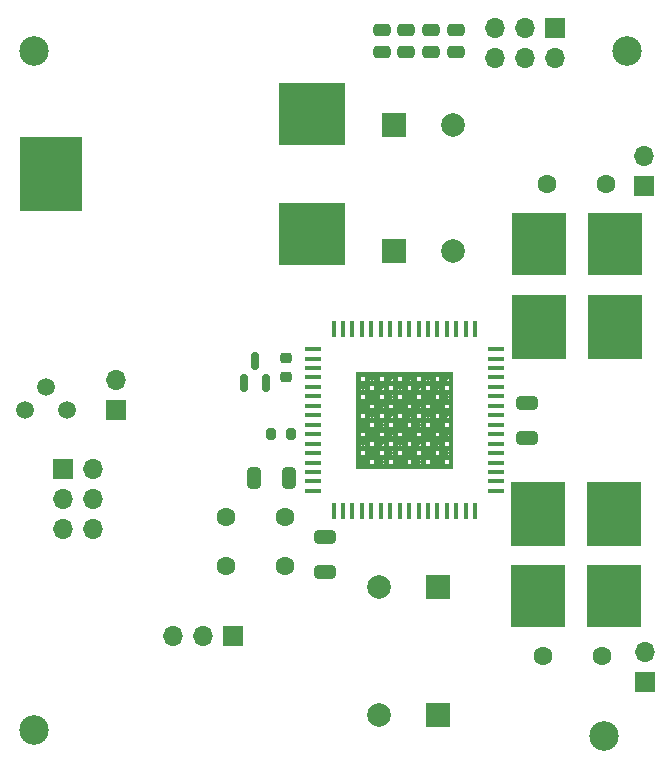
<source format=gts>
G04 #@! TF.GenerationSoftware,KiCad,Pcbnew,(6.0.1)*
G04 #@! TF.CreationDate,2022-06-09T13:55:52-07:00*
G04 #@! TF.ProjectId,AudioAmpRev1_2,41756469-6f41-46d7-9052-6576315f322e,1.2*
G04 #@! TF.SameCoordinates,Original*
G04 #@! TF.FileFunction,Soldermask,Top*
G04 #@! TF.FilePolarity,Negative*
%FSLAX46Y46*%
G04 Gerber Fmt 4.6, Leading zero omitted, Abs format (unit mm)*
G04 Created by KiCad (PCBNEW (6.0.1)) date 2022-06-09 13:55:52*
%MOMM*%
%LPD*%
G01*
G04 APERTURE LIST*
G04 Aperture macros list*
%AMRoundRect*
0 Rectangle with rounded corners*
0 $1 Rounding radius*
0 $2 $3 $4 $5 $6 $7 $8 $9 X,Y pos of 4 corners*
0 Add a 4 corners polygon primitive as box body*
4,1,4,$2,$3,$4,$5,$6,$7,$8,$9,$2,$3,0*
0 Add four circle primitives for the rounded corners*
1,1,$1+$1,$2,$3*
1,1,$1+$1,$4,$5*
1,1,$1+$1,$6,$7*
1,1,$1+$1,$8,$9*
0 Add four rect primitives between the rounded corners*
20,1,$1+$1,$2,$3,$4,$5,0*
20,1,$1+$1,$4,$5,$6,$7,0*
20,1,$1+$1,$6,$7,$8,$9,0*
20,1,$1+$1,$8,$9,$2,$3,0*%
G04 Aperture macros list end*
%ADD10C,0.100000*%
%ADD11R,4.550000X5.500000*%
%ADD12R,4.550000X5.300000*%
%ADD13C,1.600000*%
%ADD14RoundRect,0.200000X-0.200000X-0.275000X0.200000X-0.275000X0.200000X0.275000X-0.200000X0.275000X0*%
%ADD15R,2.000000X2.000000*%
%ADD16C,2.000000*%
%ADD17R,1.700000X1.700000*%
%ADD18O,1.700000X1.700000*%
%ADD19RoundRect,0.150000X0.150000X-0.587500X0.150000X0.587500X-0.150000X0.587500X-0.150000X-0.587500X0*%
%ADD20R,1.404099X0.456400*%
%ADD21R,0.456400X1.404099*%
%ADD22C,0.508000*%
%ADD23RoundRect,0.250000X0.650000X-0.325000X0.650000X0.325000X-0.650000X0.325000X-0.650000X-0.325000X0*%
%ADD24RoundRect,0.250000X-0.325000X-0.650000X0.325000X-0.650000X0.325000X0.650000X-0.325000X0.650000X0*%
%ADD25C,2.500000*%
%ADD26RoundRect,0.250000X-0.650000X0.325000X-0.650000X-0.325000X0.650000X-0.325000X0.650000X0.325000X0*%
%ADD27RoundRect,0.250000X-0.475000X0.250000X-0.475000X-0.250000X0.475000X-0.250000X0.475000X0.250000X0*%
%ADD28C,1.498600*%
%ADD29R,5.588000X5.334000*%
%ADD30R,5.283200X6.350000*%
%ADD31RoundRect,0.225000X-0.250000X0.225000X-0.250000X-0.225000X0.250000X-0.225000X0.250000X0.225000X0*%
G04 APERTURE END LIST*
D10*
X127273500Y-104421000D02*
X135400500Y-104421000D01*
X135400500Y-104421000D02*
X135400500Y-104808400D01*
X135400500Y-104808400D02*
X127273500Y-104808400D01*
X127273500Y-104808400D02*
X127273500Y-104421000D01*
G36*
X135400500Y-104808400D02*
G01*
X127273500Y-104808400D01*
X127273500Y-104421000D01*
X135400500Y-104421000D01*
X135400500Y-104808400D01*
G37*
X135400500Y-104808400D02*
X127273500Y-104808400D01*
X127273500Y-104421000D01*
X135400500Y-104421000D01*
X135400500Y-104808400D01*
X132318100Y-98189000D02*
X131930700Y-98189000D01*
X131930700Y-98189000D02*
X131930700Y-106316000D01*
X131930700Y-106316000D02*
X132318100Y-106316000D01*
X132318100Y-106316000D02*
X132318100Y-98189000D01*
G36*
X132318100Y-106316000D02*
G01*
X131930700Y-106316000D01*
X131930700Y-98189000D01*
X132318100Y-98189000D01*
X132318100Y-106316000D01*
G37*
X132318100Y-106316000D02*
X131930700Y-106316000D01*
X131930700Y-98189000D01*
X132318100Y-98189000D01*
X132318100Y-106316000D01*
X127273500Y-99696600D02*
X135400500Y-99696600D01*
X135400500Y-99696600D02*
X135400500Y-100084000D01*
X135400500Y-100084000D02*
X127273500Y-100084000D01*
X127273500Y-100084000D02*
X127273500Y-99696600D01*
G36*
X135400500Y-100084000D02*
G01*
X127273500Y-100084000D01*
X127273500Y-99696600D01*
X135400500Y-99696600D01*
X135400500Y-100084000D01*
G37*
X135400500Y-100084000D02*
X127273500Y-100084000D01*
X127273500Y-99696600D01*
X135400500Y-99696600D01*
X135400500Y-100084000D01*
X127273500Y-98189000D02*
X127593700Y-98189000D01*
X127593700Y-98189000D02*
X127593700Y-106316000D01*
X127593700Y-106316000D02*
X127273500Y-106316000D01*
X127273500Y-106316000D02*
X127273500Y-98189000D01*
G36*
X127593700Y-106316000D02*
G01*
X127273500Y-106316000D01*
X127273500Y-98189000D01*
X127593700Y-98189000D01*
X127593700Y-106316000D01*
G37*
X127593700Y-106316000D02*
X127273500Y-106316000D01*
X127273500Y-98189000D01*
X127593700Y-98189000D01*
X127593700Y-106316000D01*
X128381100Y-98189000D02*
X127993700Y-98189000D01*
X127993700Y-98189000D02*
X127993700Y-106316000D01*
X127993700Y-106316000D02*
X128381100Y-106316000D01*
X128381100Y-106316000D02*
X128381100Y-98189000D01*
G36*
X128381100Y-106316000D02*
G01*
X127993700Y-106316000D01*
X127993700Y-98189000D01*
X128381100Y-98189000D01*
X128381100Y-106316000D01*
G37*
X128381100Y-106316000D02*
X127993700Y-106316000D01*
X127993700Y-98189000D01*
X128381100Y-98189000D01*
X128381100Y-106316000D01*
X131530700Y-98189000D02*
X131143300Y-98189000D01*
X131143300Y-98189000D02*
X131143300Y-106316000D01*
X131143300Y-106316000D02*
X131530700Y-106316000D01*
X131530700Y-106316000D02*
X131530700Y-98189000D01*
G36*
X131530700Y-106316000D02*
G01*
X131143300Y-106316000D01*
X131143300Y-98189000D01*
X131530700Y-98189000D01*
X131530700Y-106316000D01*
G37*
X131530700Y-106316000D02*
X131143300Y-106316000D01*
X131143300Y-98189000D01*
X131530700Y-98189000D01*
X131530700Y-106316000D01*
X135080300Y-98189000D02*
X135400500Y-98189000D01*
X135400500Y-98189000D02*
X135400500Y-106316000D01*
X135400500Y-106316000D02*
X135080300Y-106316000D01*
X135080300Y-106316000D02*
X135080300Y-98189000D01*
G36*
X135400500Y-106316000D02*
G01*
X135080300Y-106316000D01*
X135080300Y-98189000D01*
X135400500Y-98189000D01*
X135400500Y-106316000D01*
G37*
X135400500Y-106316000D02*
X135080300Y-106316000D01*
X135080300Y-98189000D01*
X135400500Y-98189000D01*
X135400500Y-106316000D01*
X127273500Y-98909200D02*
X135400500Y-98909200D01*
X135400500Y-98909200D02*
X135400500Y-99296600D01*
X135400500Y-99296600D02*
X127273500Y-99296600D01*
X127273500Y-99296600D02*
X127273500Y-98909200D01*
G36*
X135400500Y-99296600D02*
G01*
X127273500Y-99296600D01*
X127273500Y-98909200D01*
X135400500Y-98909200D01*
X135400500Y-99296600D01*
G37*
X135400500Y-99296600D02*
X127273500Y-99296600D01*
X127273500Y-98909200D01*
X135400500Y-98909200D01*
X135400500Y-99296600D01*
X130743300Y-98189000D02*
X130355900Y-98189000D01*
X130355900Y-98189000D02*
X130355900Y-106316000D01*
X130355900Y-106316000D02*
X130743300Y-106316000D01*
X130743300Y-106316000D02*
X130743300Y-98189000D01*
G36*
X130743300Y-106316000D02*
G01*
X130355900Y-106316000D01*
X130355900Y-98189000D01*
X130743300Y-98189000D01*
X130743300Y-106316000D01*
G37*
X130743300Y-106316000D02*
X130355900Y-106316000D01*
X130355900Y-98189000D01*
X130743300Y-98189000D01*
X130743300Y-106316000D01*
X127273500Y-105208400D02*
X135400500Y-105208400D01*
X135400500Y-105208400D02*
X135400500Y-105595800D01*
X135400500Y-105595800D02*
X127273500Y-105595800D01*
X127273500Y-105595800D02*
X127273500Y-105208400D01*
G36*
X135400500Y-105595800D02*
G01*
X127273500Y-105595800D01*
X127273500Y-105208400D01*
X135400500Y-105208400D01*
X135400500Y-105595800D01*
G37*
X135400500Y-105595800D02*
X127273500Y-105595800D01*
X127273500Y-105208400D01*
X135400500Y-105208400D01*
X135400500Y-105595800D01*
X127273500Y-105995800D02*
X135400500Y-105995800D01*
X135400500Y-105995800D02*
X135400500Y-106316000D01*
X135400500Y-106316000D02*
X127273500Y-106316000D01*
X127273500Y-106316000D02*
X127273500Y-105995800D01*
G36*
X135400500Y-106316000D02*
G01*
X127273500Y-106316000D01*
X127273500Y-105995800D01*
X135400500Y-105995800D01*
X135400500Y-106316000D01*
G37*
X135400500Y-106316000D02*
X127273500Y-106316000D01*
X127273500Y-105995800D01*
X135400500Y-105995800D01*
X135400500Y-106316000D01*
X127273500Y-100484000D02*
X135400500Y-100484000D01*
X135400500Y-100484000D02*
X135400500Y-100871400D01*
X135400500Y-100871400D02*
X127273500Y-100871400D01*
X127273500Y-100871400D02*
X127273500Y-100484000D01*
G36*
X135400500Y-100871400D02*
G01*
X127273500Y-100871400D01*
X127273500Y-100484000D01*
X135400500Y-100484000D01*
X135400500Y-100871400D01*
G37*
X135400500Y-100871400D02*
X127273500Y-100871400D01*
X127273500Y-100484000D01*
X135400500Y-100484000D01*
X135400500Y-100871400D01*
X133892900Y-98189000D02*
X133505500Y-98189000D01*
X133505500Y-98189000D02*
X133505500Y-106316000D01*
X133505500Y-106316000D02*
X133892900Y-106316000D01*
X133892900Y-106316000D02*
X133892900Y-98189000D01*
G36*
X133892900Y-106316000D02*
G01*
X133505500Y-106316000D01*
X133505500Y-98189000D01*
X133892900Y-98189000D01*
X133892900Y-106316000D01*
G37*
X133892900Y-106316000D02*
X133505500Y-106316000D01*
X133505500Y-98189000D01*
X133892900Y-98189000D01*
X133892900Y-106316000D01*
X133105500Y-98189000D02*
X132718100Y-98189000D01*
X132718100Y-98189000D02*
X132718100Y-106316000D01*
X132718100Y-106316000D02*
X133105500Y-106316000D01*
X133105500Y-106316000D02*
X133105500Y-98189000D01*
G36*
X133105500Y-106316000D02*
G01*
X132718100Y-106316000D01*
X132718100Y-98189000D01*
X133105500Y-98189000D01*
X133105500Y-106316000D01*
G37*
X133105500Y-106316000D02*
X132718100Y-106316000D01*
X132718100Y-98189000D01*
X133105500Y-98189000D01*
X133105500Y-106316000D01*
X127273500Y-102846200D02*
X135400500Y-102846200D01*
X135400500Y-102846200D02*
X135400500Y-103233600D01*
X135400500Y-103233600D02*
X127273500Y-103233600D01*
X127273500Y-103233600D02*
X127273500Y-102846200D01*
G36*
X135400500Y-103233600D02*
G01*
X127273500Y-103233600D01*
X127273500Y-102846200D01*
X135400500Y-102846200D01*
X135400500Y-103233600D01*
G37*
X135400500Y-103233600D02*
X127273500Y-103233600D01*
X127273500Y-102846200D01*
X135400500Y-102846200D01*
X135400500Y-103233600D01*
X134680300Y-98189000D02*
X134292900Y-98189000D01*
X134292900Y-98189000D02*
X134292900Y-106316000D01*
X134292900Y-106316000D02*
X134680300Y-106316000D01*
X134680300Y-106316000D02*
X134680300Y-98189000D01*
G36*
X134680300Y-106316000D02*
G01*
X134292900Y-106316000D01*
X134292900Y-98189000D01*
X134680300Y-98189000D01*
X134680300Y-106316000D01*
G37*
X134680300Y-106316000D02*
X134292900Y-106316000D01*
X134292900Y-98189000D01*
X134680300Y-98189000D01*
X134680300Y-106316000D01*
X129955900Y-98189000D02*
X129568500Y-98189000D01*
X129568500Y-98189000D02*
X129568500Y-106316000D01*
X129568500Y-106316000D02*
X129955900Y-106316000D01*
X129955900Y-106316000D02*
X129955900Y-98189000D01*
G36*
X129955900Y-106316000D02*
G01*
X129568500Y-106316000D01*
X129568500Y-98189000D01*
X129955900Y-98189000D01*
X129955900Y-106316000D01*
G37*
X129955900Y-106316000D02*
X129568500Y-106316000D01*
X129568500Y-98189000D01*
X129955900Y-98189000D01*
X129955900Y-106316000D01*
X129168500Y-98189000D02*
X128781100Y-98189000D01*
X128781100Y-98189000D02*
X128781100Y-106316000D01*
X128781100Y-106316000D02*
X129168500Y-106316000D01*
X129168500Y-106316000D02*
X129168500Y-98189000D01*
G36*
X129168500Y-106316000D02*
G01*
X128781100Y-106316000D01*
X128781100Y-98189000D01*
X129168500Y-98189000D01*
X129168500Y-106316000D01*
G37*
X129168500Y-106316000D02*
X128781100Y-106316000D01*
X128781100Y-98189000D01*
X129168500Y-98189000D01*
X129168500Y-106316000D01*
X127273500Y-103633600D02*
X135400500Y-103633600D01*
X135400500Y-103633600D02*
X135400500Y-104021000D01*
X135400500Y-104021000D02*
X127273500Y-104021000D01*
X127273500Y-104021000D02*
X127273500Y-103633600D01*
G36*
X135400500Y-104021000D02*
G01*
X127273500Y-104021000D01*
X127273500Y-103633600D01*
X135400500Y-103633600D01*
X135400500Y-104021000D01*
G37*
X135400500Y-104021000D02*
X127273500Y-104021000D01*
X127273500Y-103633600D01*
X135400500Y-103633600D01*
X135400500Y-104021000D01*
X127273500Y-98189000D02*
X135400500Y-98189000D01*
X135400500Y-98189000D02*
X135400500Y-98509200D01*
X135400500Y-98509200D02*
X127273500Y-98509200D01*
X127273500Y-98509200D02*
X127273500Y-98189000D01*
G36*
X135400500Y-98509200D02*
G01*
X127273500Y-98509200D01*
X127273500Y-98189000D01*
X135400500Y-98189000D01*
X135400500Y-98509200D01*
G37*
X135400500Y-98509200D02*
X127273500Y-98509200D01*
X127273500Y-98189000D01*
X135400500Y-98189000D01*
X135400500Y-98509200D01*
X127273500Y-102058800D02*
X135400500Y-102058800D01*
X135400500Y-102058800D02*
X135400500Y-102446200D01*
X135400500Y-102446200D02*
X127273500Y-102446200D01*
X127273500Y-102446200D02*
X127273500Y-102058800D01*
G36*
X135400500Y-102446200D02*
G01*
X127273500Y-102446200D01*
X127273500Y-102058800D01*
X135400500Y-102058800D01*
X135400500Y-102446200D01*
G37*
X135400500Y-102446200D02*
X127273500Y-102446200D01*
X127273500Y-102058800D01*
X135400500Y-102058800D01*
X135400500Y-102446200D01*
X127273500Y-101271400D02*
X135400500Y-101271400D01*
X135400500Y-101271400D02*
X135400500Y-101658800D01*
X135400500Y-101658800D02*
X127273500Y-101658800D01*
X127273500Y-101658800D02*
X127273500Y-101271400D01*
G36*
X135400500Y-101658800D02*
G01*
X127273500Y-101658800D01*
X127273500Y-101271400D01*
X135400500Y-101271400D01*
X135400500Y-101658800D01*
G37*
X135400500Y-101658800D02*
X127273500Y-101658800D01*
X127273500Y-101271400D01*
X135400500Y-101271400D01*
X135400500Y-101658800D01*
D11*
X149125000Y-110170000D03*
D12*
X149125000Y-117170000D03*
X142675000Y-117170000D03*
D11*
X142675000Y-110170000D03*
X142695000Y-94340000D03*
D12*
X142695000Y-87340000D03*
X149145000Y-87340000D03*
D11*
X149145000Y-94340000D03*
D13*
X143400000Y-82300000D03*
X148400000Y-82300000D03*
D14*
X120063917Y-103452499D03*
X121713917Y-103452499D03*
D13*
X116200000Y-114600000D03*
X121200000Y-114600000D03*
D15*
X134167677Y-127200000D03*
D16*
X129167677Y-127200000D03*
D17*
X151630000Y-82475000D03*
D18*
X151630000Y-79935000D03*
D15*
X130489223Y-87957000D03*
D16*
X135489223Y-87957000D03*
D19*
X118700000Y-97262500D03*
X117750000Y-99137500D03*
X119650000Y-99137500D03*
D17*
X144100000Y-69100000D03*
D18*
X144100000Y-71640000D03*
X141560000Y-69100000D03*
X141560000Y-71640000D03*
X139020000Y-69100000D03*
X139020000Y-71640000D03*
D17*
X151700000Y-124475000D03*
D18*
X151700000Y-121935000D03*
D20*
X123611852Y-96252502D03*
X123611852Y-97052500D03*
X123611852Y-97852501D03*
X123611852Y-98652500D03*
X123611852Y-99452501D03*
X123611852Y-100252499D03*
X123611852Y-101052500D03*
X123611852Y-101852501D03*
X123611852Y-102652499D03*
X123611852Y-103452500D03*
X123611852Y-104252499D03*
X123611852Y-105052499D03*
X123611852Y-105852500D03*
X123611852Y-106652499D03*
X123611852Y-107452500D03*
X123611852Y-108252498D03*
D21*
X125337002Y-109977648D03*
X126137000Y-109977648D03*
X126937001Y-109977648D03*
X127737000Y-109977648D03*
X128537001Y-109977648D03*
X129337001Y-109977648D03*
X130137000Y-109977648D03*
X130937001Y-109977648D03*
X131736999Y-109977648D03*
X132537000Y-109977648D03*
X133337001Y-109977648D03*
X134136999Y-109977648D03*
X134937000Y-109977648D03*
X135736999Y-109977648D03*
X136537000Y-109977648D03*
X137336998Y-109977648D03*
D20*
X139062148Y-108252498D03*
X139062148Y-107452500D03*
X139062148Y-106652499D03*
X139062148Y-105852500D03*
X139062148Y-105052499D03*
X139062148Y-104252499D03*
X139062148Y-103452500D03*
X139062148Y-102652499D03*
X139062148Y-101852501D03*
X139062148Y-101052500D03*
X139062148Y-100252499D03*
X139062148Y-99452501D03*
X139062148Y-98652500D03*
X139062148Y-97852501D03*
X139062148Y-97052500D03*
X139062148Y-96252502D03*
D21*
X137336998Y-94527352D03*
X136537000Y-94527352D03*
X135736999Y-94527352D03*
X134937000Y-94527352D03*
X134136999Y-94527352D03*
X133336999Y-94527352D03*
X132537000Y-94527352D03*
X131736999Y-94527352D03*
X130937001Y-94527352D03*
X130137000Y-94527352D03*
X129336999Y-94527352D03*
X128537001Y-94527352D03*
X127737000Y-94527352D03*
X126937001Y-94527352D03*
X126137000Y-94527352D03*
X125337002Y-94527352D03*
D22*
X133305500Y-105008400D03*
X134880300Y-105008400D03*
X134880300Y-98709200D03*
X132518100Y-105795800D03*
X134092900Y-102646200D03*
X130943300Y-101071400D03*
X130155900Y-98709200D03*
X132518100Y-102646200D03*
X128581100Y-100284000D03*
X127793700Y-102646200D03*
X134880300Y-101858800D03*
X130155900Y-103433600D03*
X127793700Y-99496600D03*
X130943300Y-104221000D03*
X131730700Y-101858800D03*
X134092900Y-99496600D03*
X134092900Y-104221000D03*
X129368500Y-99496600D03*
X129368500Y-101071400D03*
X130155900Y-101858800D03*
X130943300Y-99496600D03*
X132518100Y-99496600D03*
X133305500Y-98709200D03*
X130943300Y-102646200D03*
X131730700Y-100284000D03*
X130155900Y-100284000D03*
X133305500Y-103433600D03*
X128581100Y-105008400D03*
X133305500Y-100284000D03*
X129368500Y-104221000D03*
X131730700Y-105008400D03*
X134092900Y-101071400D03*
X132518100Y-101071400D03*
X131730700Y-98709200D03*
X128581100Y-101858800D03*
X129368500Y-105795800D03*
X130943300Y-105795800D03*
X130155900Y-105008400D03*
X134880300Y-100284000D03*
X132518100Y-104221000D03*
X127793700Y-101071400D03*
X128581100Y-103433600D03*
X127793700Y-104221000D03*
X131730700Y-103433600D03*
X134092900Y-105795800D03*
X134880300Y-103433600D03*
X128581100Y-98709200D03*
X127793700Y-105795800D03*
X129368500Y-102646200D03*
X133305500Y-101858800D03*
D23*
X124650000Y-115125000D03*
X124650000Y-112175000D03*
D24*
X118625000Y-107200000D03*
X121575000Y-107200000D03*
D17*
X116825000Y-120525000D03*
D18*
X114285000Y-120525000D03*
X111745000Y-120525000D03*
D17*
X106900000Y-101400000D03*
D18*
X106900000Y-98860000D03*
D13*
X148100000Y-122200000D03*
X143100000Y-122200000D03*
D25*
X148200000Y-129000000D03*
D26*
X141700000Y-100825000D03*
X141700000Y-103775000D03*
D27*
X129400000Y-69200000D03*
X129400000Y-71100000D03*
D15*
X134167677Y-116400000D03*
D16*
X129167677Y-116400000D03*
D28*
X102800000Y-101400000D03*
X101000000Y-99500000D03*
X99200000Y-101400000D03*
D15*
X130489223Y-77257000D03*
D16*
X135489223Y-77257000D03*
D13*
X116200000Y-110500000D03*
X121200000Y-110500000D03*
D27*
X131500000Y-69200000D03*
X131500000Y-71100000D03*
D25*
X100000000Y-71000000D03*
X150200000Y-71000000D03*
D17*
X102425000Y-106375000D03*
D18*
X104965000Y-106375000D03*
X102425000Y-108915000D03*
X104965000Y-108915000D03*
X102425000Y-111455000D03*
X104965000Y-111455000D03*
D29*
X123500000Y-86500000D03*
X123500000Y-76340000D03*
D30*
X101427400Y-81420000D03*
D31*
X121300000Y-97025000D03*
X121300000Y-98575000D03*
D25*
X100000000Y-128500000D03*
D27*
X133600000Y-69200000D03*
X133600000Y-71100000D03*
X135700000Y-69200000D03*
X135700000Y-71100000D03*
M02*

</source>
